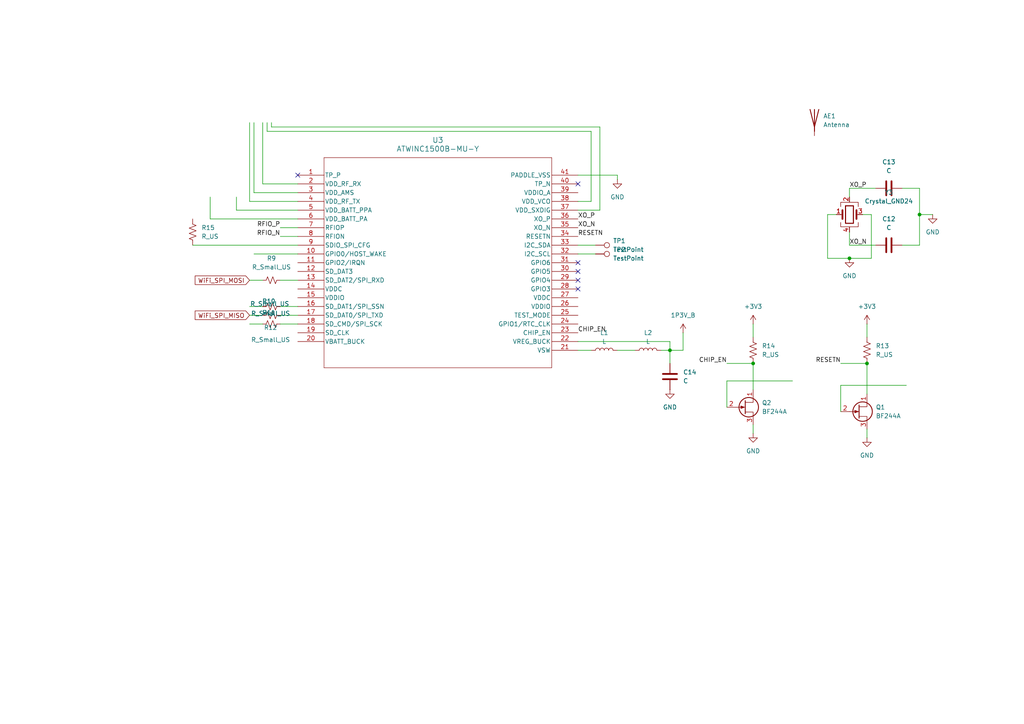
<source format=kicad_sch>
(kicad_sch (version 20250114) (generator "eeschema") (generator_version "9.0")
  (paper "A4")
  (title_block (date "2026-01-16"))
  (lib_symbols
    (symbol "Connector:TestPoint" (pin_numbers (hide yes)) (pin_names (offset 0.762) (hide yes))
      (property "Reference" "TP" (at 0 6.858 0))
      (property "Value" "TestPoint" (at 0 5.08 0))
      (symbol "TestPoint_0_1"
        (circle (center 0 3.302) (radius 0.762))
      )
      (symbol "TestPoint_1_1"
        (pin passive line (at 0 0 90) (length 2.54) (name "1") (number "1"))
      )
    )
    (symbol "Device:Antenna" (pin_numbers (hide yes)) (pin_names (offset 1.016) (hide yes))
      (property "Reference" "AE" (at -1.905 1.905 0))
      (property "Value" "Antenna" (at -1.905 0 0))
      (symbol "Antenna_0_1"
        (polyline (pts (xy 0 2.54) (xy 0 -3.81)) (stroke (width 0.254)))
        (polyline (pts (xy 1.27 2.54) (xy 0 -2.54) (xy -1.27 2.54)) (stroke (width 0.254)))
      )
      (symbol "Antenna_1_1"
        (pin input line (at 0 -5.08 90) (length 2.54) (name "A") (number "1"))
      )
    )
    (symbol "Device:C" (pin_numbers (hide yes)) (pin_names (offset 0.254))
      (property "Reference" "C" (at 0.635 2.54 0))
      (property "Value" "C" (at 0.635 -2.54 0))
      (symbol "C_0_1"
        (polyline (pts (xy -2.032 0.762) (xy 2.032 0.762)) (stroke (width 0.508)))
        (polyline (pts (xy -2.032 -0.762) (xy 2.032 -0.762)) (stroke (width 0.508)))
      )
      (symbol "C_1_1"
        (pin passive line (at 0 3.81 270) (length 2.794) (name "~") (number "1"))
        (pin passive line (at 0 -3.81 90) (length 2.794) (name "~") (number "2"))
      )
    )
    (symbol "Device:Crystal_GND24" (pin_names (offset 1.016) (hide yes))
      (property "Reference" "Y" (at 3.175 5.08 0))
      (property "Value" "Crystal_GND24" (at 3.175 3.175 0))
      (symbol "Crystal_GND24_0_1"
        (polyline (pts (xy -2.54 2.286) (xy -2.54 3.556) (xy 2.54 3.556) (xy 2.54 2.286)))
        (polyline (pts (xy -2.54 0) (xy -2.032 0)))
        (polyline (pts (xy -2.54 -2.286) (xy -2.54 -3.556) (xy 2.54 -3.556) (xy 2.54 -2.286)))
        (polyline (pts (xy -2.032 -1.27) (xy -2.032 1.27)) (stroke (width 0.508)))
        (rectangle (start -1.143 2.54) (end 1.143 -2.54) (stroke (width 0.3048)))
        (polyline (pts (xy 0 3.556) (xy 0 3.81)))
        (polyline (pts (xy 0 -3.81) (xy 0 -3.556)))
        (polyline (pts (xy 2.032 0) (xy 2.54 0)))
        (polyline (pts (xy 2.032 -1.27) (xy 2.032 1.27)) (stroke (width 0.508)))
      )
      (symbol "Crystal_GND24_1_1"
        (pin passive line (at -3.81 0 0) (length 1.27) (name "1") (number "1"))
        (pin passive line (at 0 5.08 270) (length 1.27) (name "2") (number "2"))
        (pin passive line (at 0 -5.08 90) (length 1.27) (name "4") (number "4"))
        (pin passive line (at 3.81 0 180) (length 1.27) (name "3") (number "3"))
      )
    )
    (symbol "Device:L" (pin_numbers (hide yes)) (pin_names (offset 1.016) (hide yes))
      (property "Reference" "L" (at -1.27 0 90))
      (property "Value" "L" (at 1.905 0 90))
      (symbol "L_0_1"
        (arc (start 0 2.54) (mid 0.6323 1.905) (end 0 1.27))
        (arc (start 0 1.27) (mid 0.6323 0.635) (end 0 0))
        (arc (start 0 0) (mid 0.6323 -0.635) (end 0 -1.27))
        (arc (start 0 -1.27) (mid 0.6323 -1.905) (end 0 -2.54))
      )
      (symbol "L_1_1"
        (pin passive line (at 0 3.81 270) (length 1.27) (name "1") (number "1"))
        (pin passive line (at 0 -3.81 90) (length 1.27) (name "2") (number "2"))
      )
    )
    (symbol "Device:R_Small_US" (pin_numbers (hide yes)) (pin_names (offset 0.254) (hide yes))
      (property "Reference" "R" (at 0.762 0.508 0))
      (property "Value" "R_Small_US" (at 0.762 -1.016 0))
      (symbol "R_Small_US_1_1"
        (polyline (pts (xy 0 1.524) (xy 1.016 1.143) (xy 0 0.762) (xy -1.016 0.381) (xy 0 0)))
        (polyline (pts (xy 0 0) (xy 1.016 -0.381) (xy 0 -0.762) (xy -1.016 -1.143) (xy 0 -1.524)))
        (pin passive line (at 0 2.54 270) (length 1.016) (name "~") (number "1"))
        (pin passive line (at 0 -2.54 90) (length 1.016) (name "~") (number "2"))
      )
    )
    (symbol "Device:R_US" (pin_numbers (hide yes)) (pin_names (offset 0))
      (property "Reference" "R" (at 2.54 0 90))
      (property "Value" "R_US" (at -2.54 0 90))
      (symbol "R_US_0_1"
        (polyline (pts (xy 0 2.286) (xy 0 2.54)))
        (polyline (pts (xy 0 2.286) (xy 1.016 1.905) (xy 0 1.524) (xy -1.016 1.143) (xy 0 0.762)))
        (polyline (pts (xy 0 0.762) (xy 1.016 0.381) (xy 0 0) (xy -1.016 -0.381) (xy 0 -0.762)))
        (polyline (pts (xy 0 -0.762) (xy 1.016 -1.143) (xy 0 -1.524) (xy -1.016 -1.905) (xy 0 -2.286)))
        (polyline (pts (xy 0 -2.286) (xy 0 -2.54)))
      )
      (symbol "R_US_1_1"
        (pin passive line (at 0 3.81 270) (length 1.27) (name "~") (number "1"))
        (pin passive line (at 0 -3.81 90) (length 1.27) (name "~") (number "2"))
      )
    )
    (symbol "Transistor_FET:BF244A" (pin_names (hide yes))
      (property "Reference" "Q" (at 5.08 1.905 0))
      (property "Value" "BF244A" (at 5.08 0 0))
      (symbol "BF244A_0_1"
        (polyline (pts (xy 0 0) (xy -1.016 0.381) (xy -1.016 -0.381) (xy 0 0)) (fill (type outline)))
        (polyline (pts (xy 0.254 1.905) (xy 0.254 -1.905)) (stroke (width 0.254)))
        (polyline (pts (xy 0.254 0) (xy -2.54 0)))
        (circle (center 1.27 0) (radius 2.8194) (stroke (width 0.254)))
        (polyline (pts (xy 2.54 2.54) (xy 2.54 1.397) (xy 0.254 1.397)))
        (polyline (pts (xy 2.54 -2.54) (xy 2.54 -1.397) (xy 0.254 -1.397)))
      )
      (symbol "BF244A_1_1"
        (pin input line (at -5.08 0 0) (length 2.54) (name "G") (number "2"))
        (pin passive line (at 2.54 5.08 270) (length 2.54) (name "D") (number "1"))
        (pin passive line (at 2.54 -5.08 90) (length 2.54) (name "S") (number "3"))
      )
    )
    (symbol "Wifi_Microchip:ATWINC1500B-MU-Y" (pin_names (offset 0.254))
      (property "Reference" "U" (at 40.64 10.16 0))
      (property "Value" "ATWINC1500B-MU-Y" (at 40.64 7.62 0))
      (symbol "ATWINC1500B-MU-Y_0_1"
        (polyline (pts (xy 7.62 5.08) (xy 7.62 -55.88)) (stroke (width 0.127)))
        (polyline (pts (xy 7.62 -55.88) (xy 73.66 -55.88)) (stroke (width 0.127)))
        (polyline (pts (xy 73.66 5.08) (xy 7.62 5.08)) (stroke (width 0.127)))
        (polyline (pts (xy 73.66 -55.88) (xy 73.66 5.08)) (stroke (width 0.127)))
        (pin unspecified line (at 0 0 0) (length 7.62) (name "TP_P") (number "1"))
        (pin power_in line (at 0 -2.54 0) (length 7.62) (name "VDD_RF_RX") (number "2"))
        (pin power_in line (at 0 -5.08 0) (length 7.62) (name "VDD_AMS") (number "3"))
        (pin power_in line (at 0 -7.62 0) (length 7.62) (name "VDD_RF_TX") (number "4"))
        (pin power_in line (at 0 -10.16 0) (length 7.62) (name "VDD_BATT_PPA") (number "5"))
        (pin power_in line (at 0 -12.7 0) (length 7.62) (name "VDD_BATT_PA") (number "6"))
        (pin unspecified line (at 0 -15.24 0) (length 7.62) (name "RFIOP") (number "7"))
        (pin unspecified line (at 0 -17.78 0) (length 7.62) (name "RFION") (number "8"))
        (pin unspecified line (at 0 -20.32 0) (length 7.62) (name "SDIO_SPI_CFG") (number "9"))
        (pin bidirectional line (at 0 -22.86 0) (length 7.62) (name "GPIO0/HOST_WAKE") (number "10"))
        (pin bidirectional line (at 0 -25.4 0) (length 7.62) (name "GPIO2/IRQN") (number "11"))
        (pin bidirectional line (at 0 -27.94 0) (length 7.62) (name "SD_DAT3") (number "12"))
        (pin bidirectional line (at 0 -30.48 0) (length 7.62) (name "SD_DAT2/SPI_RXD") (number "13"))
        (pin power_in line (at 0 -33.02 0) (length 7.62) (name "VDDC") (number "14"))
        (pin power_in line (at 0 -35.56 0) (length 7.62) (name "VDDIO") (number "15"))
        (pin bidirectional line (at 0 -38.1 0) (length 7.62) (name "SD_DAT1/SPI_SSN") (number "16"))
        (pin bidirectional line (at 0 -40.64 0) (length 7.62) (name "SD_DAT0/SPI_TXD") (number "17"))
        (pin unspecified line (at 0 -43.18 0) (length 7.62) (name "SD_CMD/SPI_SCK") (number "18"))
        (pin unspecified line (at 0 -45.72 0) (length 7.62) (name "SD_CLK") (number "19"))
        (pin unspecified line (at 0 -48.26 0) (length 7.62) (name "VBATT_BUCK") (number "20"))
        (pin power_out line (at 81.28 0 180) (length 7.62) (name "PADDLE_VSS") (number "41"))
        (pin unspecified line (at 81.28 -2.54 180) (length 7.62) (name "TP_N") (number "40"))
        (pin power_in line (at 81.28 -5.08 180) (length 7.62) (name "VDDIO_A") (number "39"))
        (pin power_in line (at 81.28 -7.62 180) (length 7.62) (name "VDD_VCO") (number "38"))
        (pin power_in line (at 81.28 -10.16 180) (length 7.62) (name "VDD_SXDIG") (number "37"))
        (pin unspecified line (at 81.28 -12.7 180) (length 7.62) (name "XO_P") (number "36"))
        (pin unspecified line (at 81.28 -15.24 180) (length 7.62) (name "XO_N") (number "35"))
        (pin unspecified line (at 81.28 -17.78 180) (length 7.62) (name "RESETN") (number "34"))
        (pin bidirectional line (at 81.28 -20.32 180) (length 7.62) (name "I2C_SDA") (number "33"))
        (pin bidirectional line (at 81.28 -22.86 180) (length 7.62) (name "I2C_SCL") (number "32"))
        (pin bidirectional line (at 81.28 -25.4 180) (length 7.62) (name "GPIO6") (number "31"))
        (pin bidirectional line (at 81.28 -27.94 180) (length 7.62) (name "GPIO5") (number "30"))
        (pin bidirectional line (at 81.28 -30.48 180) (length 7.62) (name "GPIO4") (number "29"))
        (pin bidirectional line (at 81.28 -33.02 180) (length 7.62) (name "GPIO3") (number "28"))
        (pin power_in line (at 81.28 -35.56 180) (length 7.62) (name "VDDC") (number "27"))
        (pin power_in line (at 81.28 -38.1 180) (length 7.62) (name "VDDIO") (number "26"))
        (pin unspecified line (at 81.28 -40.64 180) (length 7.62) (name "TEST_MODE") (number "25"))
        (pin bidirectional line (at 81.28 -43.18 180) (length 7.62) (name "GPIO1/RTC_CLK") (number "24"))
        (pin unspecified line (at 81.28 -45.72 180) (length 7.62) (name "CHIP_EN") (number "23"))
        (pin unspecified line (at 81.28 -48.26 180) (length 7.62) (name "VREG_BUCK") (number "22"))
        (pin unspecified line (at 81.28 -50.8 180) (length 7.62) (name "VSW") (number "21"))
      )
    )
    (symbol "power:+3V3" (power) (pin_numbers (hide yes)) (pin_names (offset 0) (hide yes))
      (property "Value" "+3V3" (at 0 3.556 0))
      (symbol "+3V3_0_1"
        (polyline (pts (xy -0.762 1.27) (xy 0 2.54)))
        (polyline (pts (xy 0 2.54) (xy 0.762 1.27)))
        (polyline (pts (xy 0 0) (xy 0 2.54)))
      )
      (symbol "+3V3_1_1"
        (pin power_in line (at 0 0 90) (length 0) (name "~") (number "1"))
      )
    )
    (symbol "power:GND" (power) (pin_numbers (hide yes)) (pin_names (offset 0) (hide yes))
      (property "Value" "GND" (at 0 -3.81 0))
      (symbol "GND_0_1"
        (polyline (pts (xy 0 0) (xy 0 -1.27) (xy 1.27 -1.27) (xy 0 -2.54) (xy -1.27 -1.27) (xy 0 -1.27)))
      )
      (symbol "GND_1_1"
        (pin power_in line (at 0 0 270) (length 0) (name "~") (number "1"))
      )
    )
  )
  (junction (at 246.38 74.93))
  (junction (at 194.31 101.6))
  (junction (at 251.46 105.41))
  (junction (at 218.44 105.41))
  (junction (at 266.7 62.23))
  (no_connect (at 167.64 76.2))
  (no_connect (at 167.64 83.82))
  (no_connect (at 167.64 78.74))
  (no_connect (at 167.64 81.28))
  (no_connect (at 86.36 50.8))
  (no_connect (at 167.64 53.34))
  (wire (pts (xy 72.39 81.28) (xy 76.2 81.28)))
  (wire (pts (xy 86.36 60.96) (xy 68.58 60.96)))
  (wire (pts (xy 266.7 62.23) (xy 270.51 62.23)))
  (wire (pts (xy 72.39 93.98) (xy 76.2 93.98)))
  (wire (pts (xy 167.64 99.06) (xy 194.31 99.06)))
  (wire (pts (xy 76.2 35.56) (xy 76.2 53.34)))
  (wire (pts (xy 78.74 35.56) (xy 78.74 36.83)))
  (wire (pts (xy 86.36 53.34) (xy 76.2 53.34)))
  (wire (pts (xy 210.82 110.49) (xy 229.87 110.49)))
  (wire (pts (xy 194.31 101.6) (xy 194.31 105.41)))
  (wire (pts (xy 240.03 62.23) (xy 240.03 74.93)))
  (wire (pts (xy 243.84 105.41) (xy 251.46 105.41)))
  (wire (pts (xy 194.31 99.06) (xy 194.31 101.6)))
  (wire (pts (xy 55.88 71.12) (xy 86.36 71.12)))
  (wire (pts (xy 171.45 38.1) (xy 77.47 38.1)))
  (wire (pts (xy 73.66 73.66) (xy 86.36 73.66)))
  (wire (pts (xy 179.07 50.8) (xy 179.07 52.07)))
  (wire (pts (xy 167.64 71.12) (xy 172.72 71.12)))
  (wire (pts (xy 250.19 62.23) (xy 252.73 62.23)))
  (wire (pts (xy 167.64 50.8) (xy 179.07 50.8)))
  (wire (pts (xy 81.28 81.28) (xy 86.36 81.28)))
  (wire (pts (xy 246.38 74.93) (xy 252.73 74.93)))
  (wire (pts (xy 246.38 54.61) (xy 254 54.61)))
  (wire (pts (xy 171.45 58.42) (xy 171.45 38.1)))
  (wire (pts (xy 266.7 71.12) (xy 261.62 71.12)))
  (wire (pts (xy 73.66 35.56) (xy 73.66 55.88)))
  (wire (pts (xy 72.39 88.9) (xy 76.2 88.9)))
  (wire (pts (xy 191.77 101.6) (xy 194.31 101.6)))
  (wire (pts (xy 167.64 58.42) (xy 171.45 58.42)))
  (wire (pts (xy 72.39 91.44) (xy 76.2 91.44)))
  (wire (pts (xy 194.31 101.6) (xy 198.12 101.6)))
  (wire (pts (xy 81.28 93.98) (xy 86.36 93.98)))
  (wire (pts (xy 81.28 88.9) (xy 86.36 88.9)))
  (wire (pts (xy 261.62 54.61) (xy 266.7 54.61)))
  (wire (pts (xy 210.82 118.11) (xy 210.82 110.49)))
  (wire (pts (xy 251.46 124.46) (xy 251.46 127)))
  (wire (pts (xy 68.58 57.15) (xy 68.58 60.96)))
  (wire (pts (xy 81.28 66.04) (xy 86.36 66.04)))
  (wire (pts (xy 60.96 57.15) (xy 60.96 63.5)))
  (wire (pts (xy 218.44 93.98) (xy 218.44 97.79)))
  (wire (pts (xy 266.7 62.23) (xy 266.7 71.12)))
  (wire (pts (xy 77.47 35.56) (xy 77.47 38.1)))
  (wire (pts (xy 246.38 54.61) (xy 246.38 57.15)))
  (wire (pts (xy 242.57 62.23) (xy 240.03 62.23)))
  (wire (pts (xy 86.36 58.42) (xy 72.39 58.42)))
  (wire (pts (xy 179.07 101.6) (xy 184.15 101.6)))
  (wire (pts (xy 252.73 62.23) (xy 252.73 74.93)))
  (wire (pts (xy 240.03 74.93) (xy 246.38 74.93)))
  (wire (pts (xy 60.96 63.5) (xy 86.36 63.5)))
  (wire (pts (xy 198.12 96.52) (xy 198.12 101.6)))
  (wire (pts (xy 167.64 101.6) (xy 171.45 101.6)))
  (wire (pts (xy 266.7 54.61) (xy 266.7 62.23)))
  (wire (pts (xy 251.46 105.41) (xy 251.46 114.3)))
  (wire (pts (xy 173.99 60.96) (xy 173.99 36.83)))
  (wire (pts (xy 243.84 111.76) (xy 262.89 111.76)))
  (wire (pts (xy 246.38 67.31) (xy 246.38 71.12)))
  (wire (pts (xy 81.28 91.44) (xy 86.36 91.44)))
  (wire (pts (xy 167.64 60.96) (xy 173.99 60.96)))
  (wire (pts (xy 173.99 36.83) (xy 78.74 36.83)))
  (wire (pts (xy 246.38 71.12) (xy 254 71.12)))
  (wire (pts (xy 81.28 68.58) (xy 86.36 68.58)))
  (wire (pts (xy 251.46 93.98) (xy 251.46 97.79)))
  (wire (pts (xy 218.44 123.19) (xy 218.44 125.73)))
  (wire (pts (xy 210.82 105.41) (xy 218.44 105.41)))
  (wire (pts (xy 86.36 55.88) (xy 73.66 55.88)))
  (wire (pts (xy 167.64 73.66) (xy 172.72 73.66)))
  (wire (pts (xy 218.44 105.41) (xy 218.44 113.03)))
  (wire (pts (xy 243.84 111.76) (xy 243.84 119.38)))
  (wire (pts (xy 72.39 35.56) (xy 72.39 58.42)))
  (label "CHIP_EN" (at 167.64 96.52 0))
  (label "XO_N" (at 246.38 71.12 0))
  (label "XO_P" (at 167.64 63.5 0))
  (label "RFIO_N" (at 81.28 68.58 180))
  (label "RESETN" (at 167.64 68.58 0))
  (label "RFIO_P" (at 81.28 66.04 180))
  (label "XO_P" (at 246.38 54.61 0))
  (label "CHIP_EN" (at 210.82 105.41 180))
  (label "RESETN" (at 243.84 105.41 180))
  (label "XO_N" (at 167.64 66.04 0))
  (global_label "WiFi_SPI_MOSI" (shape input) (at 72.39 81.28 180) (property "Intersheetrefs" "${INTERSHEET_REFS}" (at 56.0395 81.28 0) (show_name yes) (effects (justify right))))
  (global_label "WiFi_SPI_MISO" (shape input) (at 72.39 91.44 180) (property "Intersheetrefs" "${INTERSHEET_REFS}" (at 56.0395 91.44 0) (show_name yes) (effects (justify right))))
  (symbol (lib_id "Device:C") (at 257.81 71.12 90) (unit 1)
    (property "Reference" "C12" (at 257.81 63.5 90))
    (property "Value" "C" (at 257.81 66.04 90))
    (property "Description" "Unpolarized capacitor" (effects (hide yes)))
  )
  (symbol (lib_id "Connector:TestPoint") (at 172.72 71.12 270) (unit 1)
    (property "Reference" "TP1" (at 177.8 69.8499 90) (effects (justify left)))
    (property "Value" "TestPoint" (at 177.8 72.3899 90) (effects (justify left)))
    (property "Description" "test point" (effects (hide yes)))
  )
  (symbol (lib_id "power:GND") (at 251.46 127 0) (unit 1)
    (property "Reference" "#PWR015" (effects (hide yes)))
    (property "Value" "GND" (at 251.46 132.08 0))
    (property "Description" "Power symbol creates a global label with name \"GND\" , ground" (effects (hide yes)))
  )
  (symbol (lib_id "Device:Crystal_GND24") (at 246.38 62.23 0) (unit 1)
    (property "Reference" "Y3" (at 257.81 55.8098 0))
    (property "Value" "Crystal_GND24" (at 257.81 58.3498 0))
    (property "Description" "Four pin crystal, GND on pins 2 and 4" (effects (hide yes)))
  )
  (symbol (lib_id "Device:R_US") (at 55.88 67.31 0) (unit 1)
    (property "Reference" "R15" (at 58.42 66.0399 0) (effects (justify left)))
    (property "Value" "R_US" (at 58.42 68.5799 0) (effects (justify left)))
    (property "Description" "Resistor, US symbol" (effects (hide yes)))
  )
  (symbol (lib_id "power:GND") (at 218.44 125.73 0) (unit 1)
    (property "Reference" "#PWR018" (effects (hide yes)))
    (property "Value" "GND" (at 218.44 130.81 0))
    (property "Description" "Power symbol creates a global label with name \"GND\" , ground" (effects (hide yes)))
  )
  (symbol (lib_id "power:GND") (at 246.38 74.93 0) (unit 1)
    (property "Reference" "#PWR014" (effects (hide yes)))
    (property "Value" "GND" (at 246.38 80.01 0))
    (property "Description" "Power symbol creates a global label with name \"GND\" , ground" (effects (hide yes)))
  )
  (symbol (lib_id "Device:R_Small_US") (at 78.74 81.28 90) (unit 1)
    (property "Reference" "R9" (at 78.74 74.93 90))
    (property "Value" "R_Small_US" (at 78.74 77.47 90))
    (property "Description" "Resistor, small US symbol" (effects (hide yes)))
  )
  (symbol (lib_id "power:GND") (at 270.51 62.23 0) (unit 1)
    (property "Reference" "#PWR013" (effects (hide yes)))
    (property "Value" "GND" (at 270.51 67.31 0))
    (property "Description" "Power symbol creates a global label with name \"GND\" , ground" (effects (hide yes)))
  )
  (symbol (lib_id "Device:Antenna") (at 236.22 34.29 0) (unit 1)
    (property "Reference" "AE1" (at 238.76 33.6549 0) (effects (justify left)))
    (property "Value" "Antenna" (at 238.76 36.1949 0) (effects (justify left)))
    (property "Description" "Antenna" (effects (hide yes)))
  )
  (symbol (lib_id "power:GND") (at 179.07 52.07 0) (unit 1)
    (property "Reference" "#PWR021" (effects (hide yes)))
    (property "Value" "GND" (at 179.07 57.15 0))
    (property "Description" "Power symbol creates a global label with name \"GND\" , ground" (effects (hide yes)))
  )
  (symbol (lib_id "Device:R_US") (at 251.46 101.6 0) (unit 1)
    (property "Reference" "R13" (at 254 100.3299 0) (effects (justify left)))
    (property "Value" "R_US" (at 254 102.8699 0) (effects (justify left)))
    (property "Description" "Resistor, US symbol" (effects (hide yes)))
  )
  (symbol (lib_id "Device:R_Small_US") (at 78.74 93.98 90) (unit 1)
    (property "Reference" "R12" (at 78.486 94.996 90))
    (property "Value" "R_Small_US" (at 78.486 98.552 90))
    (property "Description" "Resistor, small US symbol" (effects (hide yes)))
  )
  (symbol (lib_id "Device:R_Small_US") (at 78.74 91.44 90) (unit 1)
    (property "Reference" "R11" (at 77.978 90.678 90))
    (property "Value" "R_Small_US" (at 78.486 90.932 90))
    (property "Description" "Resistor, small US symbol" (effects (hide yes)))
  )
  (symbol (lib_id "Device:L") (at 187.96 101.6 90) (unit 1)
    (property "Reference" "L2" (at 187.96 96.52 90))
    (property "Value" "L" (at 187.96 99.06 90))
    (property "Description" "Inductor" (effects (hide yes)))
  )
  (symbol (lib_id "power:+3V3") (at 218.44 93.98 0) (unit 1)
    (property "Reference" "#PWR017" (effects (hide yes)))
    (property "Value" "+3V3" (at 218.44 88.9 0))
    (property "Description" "Power symbol creates a global label with name \"+3V3\"" (effects (hide yes)))
  )
  (symbol (lib_id "Device:R_US") (at 218.44 101.6 0) (unit 1)
    (property "Reference" "R14" (at 220.98 100.3299 0) (effects (justify left)))
    (property "Value" "R_US" (at 220.98 102.8699 0) (effects (justify left)))
    (property "Description" "Resistor, US symbol" (effects (hide yes)))
  )
  (symbol (lib_id "Device:C") (at 194.31 109.22 0) (unit 1)
    (property "Reference" "C14" (at 198.12 107.9499 0) (effects (justify left)))
    (property "Value" "C" (at 198.12 110.4899 0) (effects (justify left)))
    (property "Description" "Unpolarized capacitor" (effects (hide yes)))
  )
  (symbol (lib_id "power:+3V3") (at 198.12 96.52 0) (unit 1)
    (property "Reference" "#PWR020" (effects (hide yes)))
    (property "Value" "1P3V_B" (at 198.12 91.44 0))
    (property "Description" "Power symbol creates a global label with name \"+3V3\"" (effects (hide yes)))
  )
  (symbol (lib_id "Transistor_FET:BF244A") (at 248.92 119.38 0) (unit 1)
    (property "Reference" "Q1" (at 254 118.1099 0) (effects (justify left)))
    (property "Value" "BF244A" (at 254 120.6499 0) (effects (justify left)))
    (property "Footprint" "Package_TO_SOT_THT:TO-92_Inline" (effects (hide yes)))
    (property "Datasheet" "https://media.digikey.com/pdf/Data%20Sheets/Fairchild%20PDFs/BF244x.pdf" (effects (hide yes)))
    (property "Description" "50mA Id, 30V Vgs, N-Channel FET Transistor, TO-92" (effects (hide yes)))
  )
  (symbol (lib_id "power:GND") (at 194.31 113.03 0) (unit 1)
    (property "Reference" "#PWR019" (effects (hide yes)))
    (property "Value" "GND" (at 194.31 118.11 0))
    (property "Description" "Power symbol creates a global label with name \"GND\" , ground" (effects (hide yes)))
  )
  (symbol (lib_id "Connector:TestPoint") (at 172.72 73.66 270) (unit 1)
    (property "Reference" "TP2" (at 177.8 72.3899 90) (effects (justify left)))
    (property "Value" "TestPoint" (at 177.8 74.9299 90) (effects (justify left)))
    (property "Description" "test point" (effects (hide yes)))
  )
  (symbol (lib_id "Device:C") (at 257.81 54.61 90) (unit 1)
    (property "Reference" "C13" (at 257.81 46.99 90))
    (property "Value" "C" (at 257.81 49.53 90))
    (property "Description" "Unpolarized capacitor" (effects (hide yes)))
  )
  (symbol (lib_id "Device:L") (at 175.26 101.6 90) (unit 1)
    (property "Reference" "L1" (at 175.26 96.52 90))
    (property "Value" "L" (at 175.26 99.06 90))
    (property "Description" "Inductor" (effects (hide yes)))
  )
  (symbol (lib_id "Device:R_Small_US") (at 78.74 88.9 90) (unit 1)
    (property "Reference" "R10" (at 77.978 87.376 90))
    (property "Value" "R_Small_US" (at 78.232 88.138 90))
    (property "Description" "Resistor, small US symbol" (effects (hide yes)))
  )
  (symbol (lib_id "Wifi_Microchip:ATWINC1500B-MU-Y") (at 86.36 50.8 0) (unit 1)
    (property "Reference" "U3" (at 127 40.64 0) (effects (font (size 1.524 1.524))))
    (property "Value" "ATWINC1500B-MU-Y" (at 127 43.18 0) (effects (font (size 1.524 1.524))))
    (property "Footprint" "QFN40_5x5MC_MCH" (effects (hide yes)))
    (property "Datasheet" "ATWINC1500B-MU-Y" (effects (hide yes)))
  )
  (symbol (lib_id "power:+3V3") (at 251.46 93.98 0) (unit 1)
    (property "Reference" "#PWR016" (effects (hide yes)))
    (property "Value" "+3V3" (at 251.46 88.9 0))
    (property "Description" "Power symbol creates a global label with name \"+3V3\"" (effects (hide yes)))
  )
  (symbol (lib_id "Transistor_FET:BF244A") (at 215.9 118.11 0) (unit 1)
    (property "Reference" "Q2" (at 220.98 116.8399 0) (effects (justify left)))
    (property "Value" "BF244A" (at 220.98 119.3799 0) (effects (justify left)))
    (property "Footprint" "Package_TO_SOT_THT:TO-92_Inline" (effects (hide yes)))
    (property "Datasheet" "https://media.digikey.com/pdf/Data%20Sheets/Fairchild%20PDFs/BF244x.pdf" (effects (hide yes)))
    (property "Description" "50mA Id, 30V Vgs, N-Channel FET Transistor, TO-92" (effects (hide yes)))
  )
)
</source>
